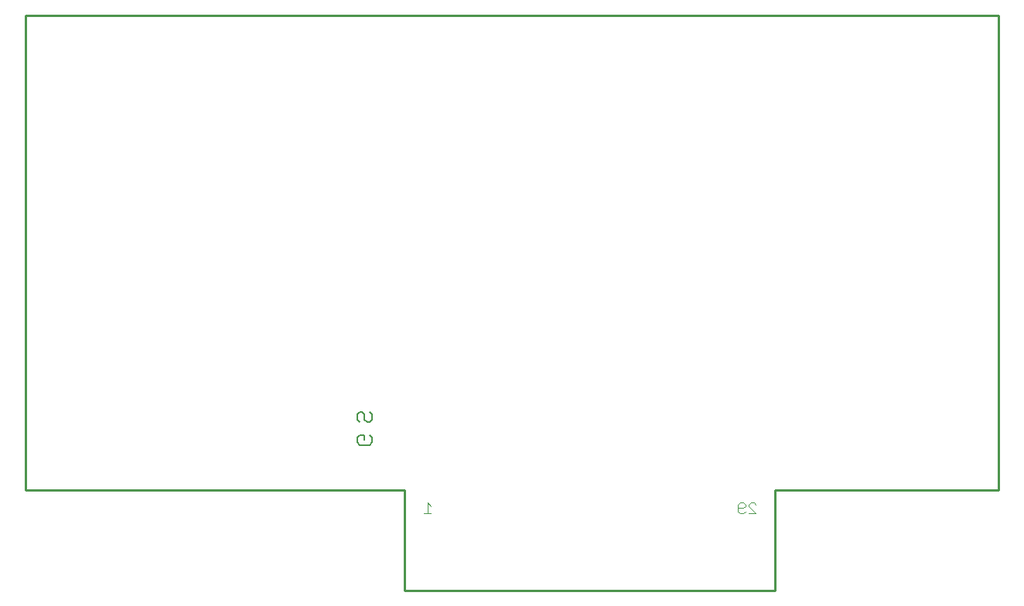
<source format=gbo>
G75*
%MOIN*%
%OFA0B0*%
%FSLAX25Y25*%
%IPPOS*%
%LPD*%
%AMOC8*
5,1,8,0,0,1.08239X$1,22.5*
%
%ADD10C,0.01000*%
%ADD11C,0.00600*%
%ADD12C,0.00400*%
D10*
X0003000Y0050276D02*
X0003000Y0255000D01*
X0422291Y0255000D01*
X0422291Y0050276D01*
X0325835Y0050276D01*
X0325835Y0006969D01*
X0166386Y0006969D01*
X0166386Y0050276D01*
X0003000Y0050276D01*
D11*
X0145906Y0070788D02*
X0146974Y0069721D01*
X0151244Y0069721D01*
X0152312Y0070788D01*
X0152312Y0072923D01*
X0151244Y0073991D01*
X0149109Y0073991D02*
X0149109Y0071856D01*
X0149109Y0073991D02*
X0146974Y0073991D01*
X0145906Y0072923D01*
X0145906Y0070788D01*
X0146974Y0079563D02*
X0145906Y0080631D01*
X0145906Y0082766D01*
X0146974Y0083833D01*
X0148041Y0083833D01*
X0149109Y0082766D01*
X0149109Y0080631D01*
X0150177Y0079563D01*
X0151244Y0079563D01*
X0152312Y0080631D01*
X0152312Y0082766D01*
X0151244Y0083833D01*
D12*
X0176265Y0044804D02*
X0176265Y0040200D01*
X0174731Y0040200D02*
X0177800Y0040200D01*
X0177800Y0043269D02*
X0176265Y0044804D01*
X0310127Y0044037D02*
X0310127Y0040967D01*
X0310894Y0040200D01*
X0312429Y0040200D01*
X0313196Y0040967D01*
X0314731Y0040200D02*
X0317800Y0040200D01*
X0314731Y0043269D01*
X0314731Y0044037D01*
X0315498Y0044804D01*
X0317033Y0044804D01*
X0317800Y0044037D01*
X0313196Y0044037D02*
X0312429Y0044804D01*
X0310894Y0044804D01*
X0310127Y0044037D01*
X0310127Y0042502D02*
X0312429Y0042502D01*
X0313196Y0043269D01*
X0313196Y0044037D01*
M02*

</source>
